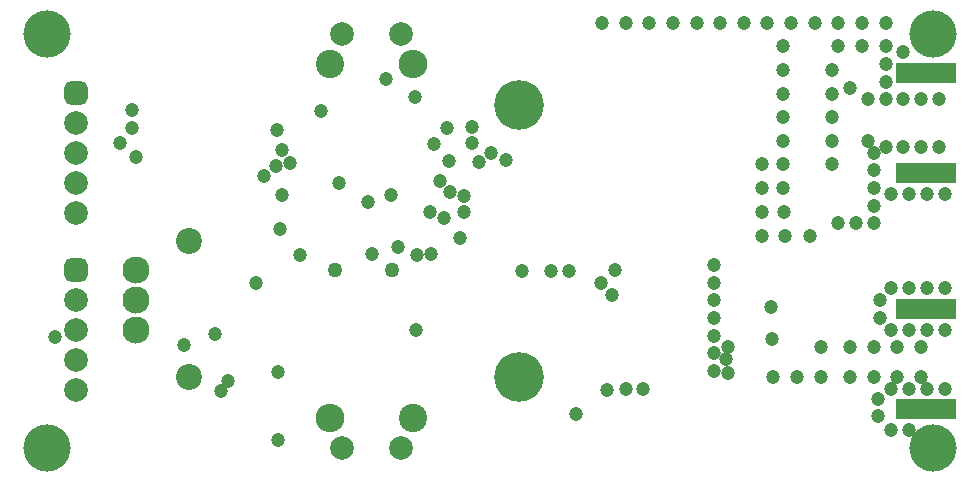
<source format=gbs>
G04*
G04 #@! TF.GenerationSoftware,Altium Limited,Altium Designer,18.1.1 (9)*
G04*
G04 Layer_Color=16711935*
%FSLAX42Y42*%
%MOMM*%
G71*
G01*
G75*
%ADD22R,5.10X1.80*%
%ADD28C,1.26*%
%ADD29C,2.00*%
G04:AMPARAMS|DCode=30|XSize=2mm|YSize=2mm|CornerRadius=0.55mm|HoleSize=0mm|Usage=FLASHONLY|Rotation=270.000|XOffset=0mm|YOffset=0mm|HoleType=Round|Shape=RoundedRectangle|*
%AMROUNDEDRECTD30*
21,1,2.00,0.90,0,0,270.0*
21,1,0.90,2.00,0,0,270.0*
1,1,1.10,-0.45,-0.45*
1,1,1.10,-0.45,0.45*
1,1,1.10,0.45,0.45*
1,1,1.10,0.45,-0.45*
%
%ADD30ROUNDEDRECTD30*%
%ADD31O,2.45X2.40*%
%ADD32C,2.40*%
%ADD33C,2.20*%
%ADD34C,4.20*%
%ADD35C,2.30*%
%ADD36C,1.20*%
%ADD37C,4.00*%
D22*
X7693Y1425D02*
D03*
Y575D02*
D03*
Y2575D02*
D03*
Y3425D02*
D03*
D28*
X2686Y1760D02*
D03*
X3174D02*
D03*
D29*
X500Y2242D02*
D03*
Y2496D02*
D03*
Y3004D02*
D03*
Y2750D02*
D03*
X3250Y3750D02*
D03*
X2750D02*
D03*
X500Y1250D02*
D03*
Y1504D02*
D03*
Y996D02*
D03*
Y742D02*
D03*
X3250Y250D02*
D03*
X2750D02*
D03*
D30*
X500Y3258D02*
D03*
Y1758D02*
D03*
D31*
X3350Y3500D02*
D03*
X2650Y500D02*
D03*
D32*
X2650Y3500D02*
D03*
X3350Y500D02*
D03*
D33*
X1450Y850D02*
D03*
Y2000D02*
D03*
D34*
X4250Y850D02*
D03*
Y3150D02*
D03*
D35*
X1000Y1246D02*
D03*
Y1754D02*
D03*
Y1500D02*
D03*
D36*
X6710Y2040D02*
D03*
X6500D02*
D03*
X6300D02*
D03*
X3120Y3370D02*
D03*
X7350Y3650D02*
D03*
X7290Y660D02*
D03*
X2720Y2490D02*
D03*
X2970Y2330D02*
D03*
X3160Y2390D02*
D03*
X970Y2960D02*
D03*
Y3110D02*
D03*
X1000Y2710D02*
D03*
X2200Y2940D02*
D03*
X865Y2835D02*
D03*
X2570Y3100D02*
D03*
X3530Y2820D02*
D03*
X3000Y1890D02*
D03*
X320Y1190D02*
D03*
X2240Y2770D02*
D03*
X2190Y2640D02*
D03*
X2310Y2662D02*
D03*
X2240Y2390D02*
D03*
X2220Y2100D02*
D03*
X3780Y2380D02*
D03*
Y2250D02*
D03*
X3615Y2200D02*
D03*
X3750Y2030D02*
D03*
X3660Y2420D02*
D03*
X3495Y2250D02*
D03*
X3505Y1895D02*
D03*
X2090Y2550D02*
D03*
X4140Y2690D02*
D03*
X4010Y2750D02*
D03*
X3850Y2830D02*
D03*
X3845Y2970D02*
D03*
X3650Y2680D02*
D03*
X3640Y2960D02*
D03*
X3910Y2670D02*
D03*
X3580Y2510D02*
D03*
X3370Y3220D02*
D03*
X3220Y1950D02*
D03*
X7150Y3650D02*
D03*
X6950D02*
D03*
X7350Y3850D02*
D03*
X7150D02*
D03*
X6950D02*
D03*
X6750D02*
D03*
X6550D02*
D03*
X6350D02*
D03*
X6150D02*
D03*
X5950D02*
D03*
X5750D02*
D03*
X5550D02*
D03*
X5350D02*
D03*
X5150D02*
D03*
X4950D02*
D03*
X5300Y750D02*
D03*
X5150D02*
D03*
X7500Y3600D02*
D03*
X7350Y3500D02*
D03*
Y3350D02*
D03*
X7800Y3200D02*
D03*
X7650D02*
D03*
X7500D02*
D03*
X7350D02*
D03*
X7200D02*
D03*
X7050Y3300D02*
D03*
X7850Y2400D02*
D03*
X7700D02*
D03*
X7550D02*
D03*
X7400D02*
D03*
X7800Y2800D02*
D03*
X7650D02*
D03*
X7200Y2850D02*
D03*
X7500Y2800D02*
D03*
X7350D02*
D03*
X7250Y2750D02*
D03*
Y2600D02*
D03*
Y2450D02*
D03*
Y2300D02*
D03*
Y2150D02*
D03*
X7100D02*
D03*
X6950D02*
D03*
X6300Y2250D02*
D03*
Y2450D02*
D03*
Y2650D02*
D03*
X6000Y1000D02*
D03*
X5900Y900D02*
D03*
Y1050D02*
D03*
Y1200D02*
D03*
Y1350D02*
D03*
Y1500D02*
D03*
Y1650D02*
D03*
Y1800D02*
D03*
X6480Y2450D02*
D03*
X6900Y3450D02*
D03*
Y3250D02*
D03*
Y3050D02*
D03*
Y2850D02*
D03*
Y2650D02*
D03*
X7290Y520D02*
D03*
X7400Y400D02*
D03*
Y750D02*
D03*
X7550D02*
D03*
Y400D02*
D03*
X7850Y750D02*
D03*
X7700D02*
D03*
X7400Y1250D02*
D03*
X7850D02*
D03*
X7700D02*
D03*
X7550D02*
D03*
X7300Y1350D02*
D03*
Y1500D02*
D03*
X7400Y1600D02*
D03*
X7550D02*
D03*
X7700D02*
D03*
X7850D02*
D03*
X7650Y1100D02*
D03*
X7450D02*
D03*
X7250D02*
D03*
X7050D02*
D03*
X6800D02*
D03*
X7650Y850D02*
D03*
X7450D02*
D03*
X7250D02*
D03*
X7050D02*
D03*
X6800D02*
D03*
X6600D02*
D03*
X6400D02*
D03*
X6390Y1170D02*
D03*
X6380Y1440D02*
D03*
X6020Y1100D02*
D03*
X6020Y880D02*
D03*
X6480Y3650D02*
D03*
X4990Y740D02*
D03*
X4730Y540D02*
D03*
X2210Y320D02*
D03*
X2210Y890D02*
D03*
X1723Y730D02*
D03*
X1780Y820D02*
D03*
X6490Y2250D02*
D03*
X6480Y2650D02*
D03*
X5060Y1760D02*
D03*
X4270Y1750D02*
D03*
X4520D02*
D03*
X4670D02*
D03*
X2390Y1880D02*
D03*
X1410Y1120D02*
D03*
X1670Y1210D02*
D03*
X2020Y1650D02*
D03*
X3375Y1245D02*
D03*
X3380Y1880D02*
D03*
X5030Y1540D02*
D03*
X4940Y1650D02*
D03*
X6480Y2850D02*
D03*
Y3050D02*
D03*
Y3250D02*
D03*
Y3450D02*
D03*
D37*
X250Y250D02*
D03*
Y3750D02*
D03*
X7750Y250D02*
D03*
Y3750D02*
D03*
M02*

</source>
